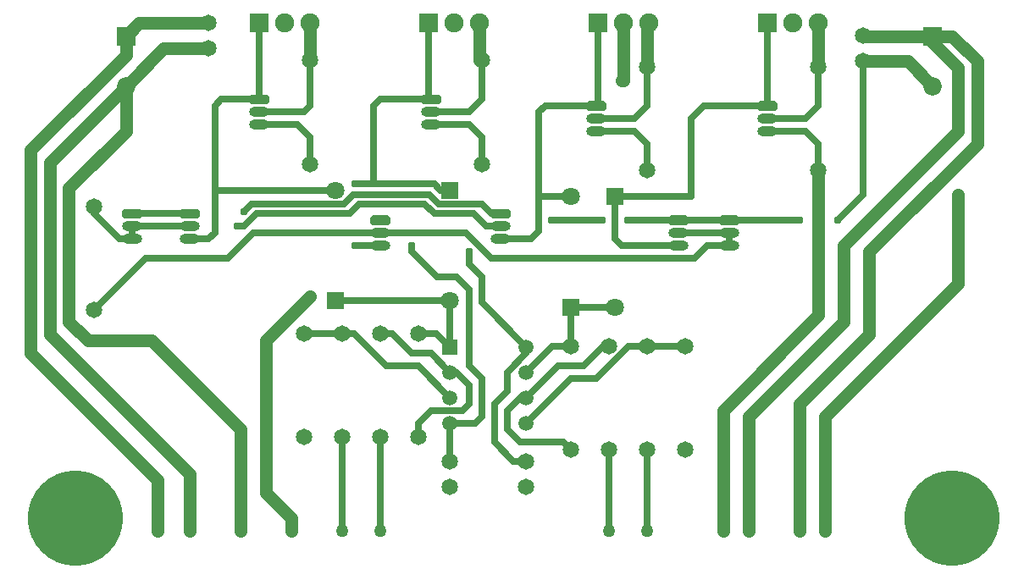
<source format=gtl>
G04 DipTrace 2.4.0.2*
%INClassBRevB.gtl*%
%MOIN*%
%ADD13C,0.025*%
%ADD14C,0.05*%
%ADD16R,0.0728X0.0728*%
%ADD17C,0.0728*%
%ADD18C,0.065*%
%ADD19R,0.0709X0.0709*%
%ADD20C,0.0709*%
%ADD21R,0.0748X0.0748*%
%ADD22C,0.0748*%
%ADD23O,0.0787X0.0394*%
%ADD24C,0.375*%
%ADD25R,0.0591X0.0591*%
%ADD26C,0.0591*%
%ADD27C,0.031*%
%FSLAX44Y44*%
G04*
G70*
G90*
G75*
G01*
%LNTop*%
%LPD*%
X-2000Y5500D2*
D13*
X-4250D1*
X11250Y-4250D2*
X10750D1*
X10000Y-3500D1*
Y-2000D1*
X10500Y-1500D1*
Y-750D1*
X11250Y0D1*
Y250D1*
X-4500Y12484D2*
D14*
X-3984Y13000D1*
X-1250D1*
X15000Y10750D2*
X15090D1*
Y13000D1*
X11250Y250D2*
D13*
X9500Y2000D1*
Y3000D1*
X9000Y3500D1*
Y4000D1*
X10250Y5500D2*
X9875D1*
X9500Y5875D1*
X7812D1*
X7438Y6250D1*
X4437D1*
X4062Y5875D1*
X438D1*
X141Y5578D1*
X-3250Y-7000D2*
D14*
Y-5000D1*
X-8250Y0D1*
Y8000D1*
X-4500Y11750D1*
Y12484D1*
X-2000Y5000D2*
D13*
X-4250D1*
Y4500D2*
Y5000D1*
X-5750Y5787D2*
Y5500D1*
X-4750Y4500D1*
X-4250D1*
X-125Y5000D2*
X125D1*
X625Y5500D1*
X4312D1*
X4687Y5875D1*
X7250D1*
X7625Y5500D1*
X9188D1*
X9688Y5000D1*
X10250D1*
X-5750Y1713D2*
X-3713Y3750D1*
X-500D1*
X500Y4750D1*
X5500D1*
X19250D2*
Y4250D1*
X5500Y4750D2*
X8875D1*
X9875Y3750D1*
X17875D1*
X18375Y4250D1*
X19250D1*
X17250Y4750D2*
X19250D1*
X-4500Y10516D2*
D14*
X-3016Y12000D1*
X-1250D1*
X24500Y12500D2*
X24516Y12484D1*
X27250D1*
X20000Y-7000D2*
Y-2500D1*
X23750Y1250D1*
Y4250D1*
X28250Y8750D1*
Y11250D1*
X27016Y12484D1*
X27250D1*
X0Y-7000D2*
Y-3000D1*
X-3500Y500D1*
X-6000D1*
X-6750Y1250D1*
Y6500D1*
X-4500Y8750D1*
Y10516D1*
X-2000Y-7000D2*
Y-4750D1*
X-7500Y750D1*
Y7516D1*
X-4500Y10516D1*
X22000Y-7000D2*
Y-2000D1*
X24750Y750D1*
Y4000D1*
X29000Y8250D1*
Y11500D1*
X28016Y12484D1*
X27250D1*
X16000Y-7000D2*
D13*
Y-3787D1*
X8250Y-4250D2*
Y-2750D1*
X27250Y10516D2*
D14*
X26266Y11500D1*
X24500D1*
X17250Y5250D2*
D13*
X19250D1*
X17250D2*
X15250D1*
X14250D2*
X12250D1*
X19250D2*
X22000D1*
X23500D2*
X24500Y6250D1*
Y11500D1*
X8250Y-2750D2*
X9250D1*
X9500Y-2500D1*
Y-1000D1*
X9000Y-500D1*
Y2500D1*
X8500Y3000D1*
X7750D1*
X6750Y4000D1*
Y4250D1*
X23000Y-7000D2*
D14*
Y-2500D1*
X28250Y2750D1*
Y6250D1*
X750Y13000D2*
D13*
Y10000D1*
X-2000Y4500D2*
X-1250D1*
X-1000Y4750D1*
Y6425D1*
Y9750D1*
X-750Y10000D1*
X750D1*
X3750Y6425D2*
X-1000D1*
X14500Y-7000D2*
Y-3787D1*
X4000Y-7000D2*
Y-3287D1*
X7420Y13000D2*
Y10000D1*
X7500D1*
X8250Y6425D2*
X7887D1*
X7625Y6688D1*
X5250D1*
Y9750D1*
X5500Y10000D1*
X7500D1*
X5500Y4250D2*
X4500D1*
Y6688D2*
X5250D1*
X14090Y13000D2*
Y9750D1*
X14000D1*
X10250Y4500D2*
X11438D1*
X11750Y4812D1*
Y6175D1*
Y9500D1*
X12000Y9750D1*
X14000D1*
X13000Y6175D2*
X11750D1*
X2750Y11537D2*
Y9750D1*
X2500Y9500D1*
X750D1*
X2750Y13000D2*
D14*
Y11537D1*
X8250Y2075D2*
D13*
X3750D1*
X8250D2*
Y250D1*
X7713Y787D1*
X7000D1*
X5500Y-7000D2*
Y-3287D1*
X8250Y-1750D2*
X7000Y-500D1*
X5750D1*
X4463Y787D1*
X2500D1*
X4000D1*
X8250Y-750D2*
X7500Y0D1*
X6750D1*
X5963Y787D1*
X5500D1*
X7000Y-3287D2*
Y-2750D1*
X7500Y-2250D1*
X8750D1*
X9000Y-2000D1*
Y-1250D1*
X8500Y-750D1*
X8250D1*
X20750Y13000D2*
Y9750D1*
X14750Y6175D2*
X17750D1*
Y9250D1*
X18250Y9750D1*
X20750D1*
X17250Y4250D2*
X15000D1*
X14750Y4500D1*
Y6175D1*
X16000Y11287D2*
Y9750D1*
X15500Y9250D1*
X14000D1*
X16000Y11287D2*
D14*
Y13000D1*
X16090D1*
X9500Y11537D2*
D13*
Y10000D1*
X9000Y9500D1*
X7500D1*
X9420Y13000D2*
D14*
Y11537D1*
X9500D1*
X22750Y13000D2*
Y11287D1*
D13*
Y9750D1*
X22250Y9250D1*
X20750D1*
X13000Y1825D2*
X14750D1*
X13000Y287D2*
Y1825D1*
X11250Y-750D2*
X12287Y287D1*
X13000D1*
X11250Y-2750D2*
X13000Y-1000D1*
X14000D1*
X15287Y287D1*
X17500D1*
X16000D1*
X11250Y-1750D2*
X12500Y-500D1*
X13500D1*
X14287Y287D1*
X14500D1*
X13000Y-3787D2*
X12713Y-3500D1*
X11000D1*
X10500Y-3000D1*
Y-2250D1*
X11000Y-1750D1*
X11250D1*
X9500Y7463D2*
Y8500D1*
X9000Y9000D1*
X7500D1*
X2750Y7463D2*
Y8500D1*
X2250Y9000D1*
X750D1*
X2750Y2250D2*
D14*
X1000Y500D1*
Y-5500D1*
X2000Y-6500D1*
Y-7000D1*
X22750Y7213D2*
D13*
Y8250D1*
X22250Y8750D1*
X20750D1*
X16000Y7213D2*
Y8250D1*
X15500Y8750D1*
X14000D1*
X22750Y7213D2*
D14*
Y1500D1*
X19000Y-2250D1*
Y-7000D1*
D27*
X15000Y10750D3*
X9000Y4000D3*
X141Y5578D3*
X-125Y5000D3*
X15250Y5250D3*
X14250D3*
X12250D3*
X22000D3*
X23500D3*
X6750Y4250D3*
X28250Y6250D3*
X4500Y4250D3*
Y6688D3*
X2750Y2250D3*
D16*
X-4500Y12484D3*
D17*
Y10516D3*
D16*
X27250Y12484D3*
D17*
Y10516D3*
D18*
X-1250Y12000D3*
Y13000D3*
X24500Y11500D3*
Y12500D3*
D14*
X2000Y-7000D3*
X4000D3*
X22000D3*
X-3250D3*
X0D3*
X23000D3*
D19*
X3750Y2075D3*
D20*
Y6425D3*
D19*
X8250D3*
D20*
Y2075D3*
D21*
X750Y13000D3*
D22*
X1750D3*
X2750D3*
D21*
X7420D3*
D22*
X8420D3*
X9420D3*
D18*
X8250Y-5250D3*
Y-4250D3*
G36*
X5205Y5447D2*
X5106Y5348D1*
Y5152D1*
X5205Y5053D1*
X5795D1*
X5894Y5152D1*
Y5348D1*
X5795Y5447D1*
X5205D1*
G37*
D23*
X5500Y4750D3*
Y4250D3*
G36*
X-2295Y5697D2*
X-2394Y5598D1*
Y5402D1*
X-2295Y5303D1*
X-1705D1*
X-1606Y5402D1*
Y5598D1*
X-1705Y5697D1*
X-2295D1*
G37*
D23*
X-2000Y5000D3*
Y4500D3*
G36*
X-4545Y5697D2*
X-4644Y5598D1*
Y5402D1*
X-4545Y5303D1*
X-3955D1*
X-3856Y5402D1*
Y5598D1*
X-3955Y5697D1*
X-4545D1*
G37*
D23*
X-4250Y5000D3*
Y4500D3*
D18*
X11250Y-5250D3*
Y-4250D3*
G36*
X18955Y5447D2*
X18856Y5348D1*
Y5152D1*
X18955Y5053D1*
X19545D1*
X19644Y5152D1*
Y5348D1*
X19545Y5447D1*
X18955D1*
G37*
D23*
X19250Y4750D3*
Y4250D3*
G36*
X7205Y10197D2*
X7106Y10098D1*
Y9902D1*
X7205Y9803D1*
X7795D1*
X7894Y9902D1*
Y10098D1*
X7795Y10197D1*
X7205D1*
G37*
D23*
X7500Y9500D3*
Y9000D3*
G36*
X455Y10197D2*
X356Y10098D1*
Y9902D1*
X455Y9803D1*
X1045D1*
X1144Y9902D1*
Y10098D1*
X1045Y10197D1*
X455D1*
G37*
D23*
X750Y9500D3*
Y9000D3*
D18*
X-5750Y1713D3*
Y5787D3*
X9500Y11537D3*
Y7463D3*
X2750D3*
Y11537D3*
D24*
X-6500Y-6500D3*
X28000D3*
D14*
X-2000Y-7000D3*
D25*
X8250Y250D3*
D26*
Y-750D3*
Y-1750D3*
Y-2750D3*
X11250D3*
Y-1750D3*
Y-750D3*
Y250D3*
D18*
X4000Y-3287D3*
Y787D3*
X2500Y-3287D3*
Y787D3*
X5500D3*
Y-3287D3*
X7000Y787D3*
Y-3287D3*
D14*
X5500Y-7000D3*
X19000D3*
X16000D3*
X20000D3*
D19*
X13000Y1825D3*
D20*
Y6175D3*
D19*
X14750D3*
D20*
Y1825D3*
D21*
X14090Y13000D3*
D22*
X15090D3*
X16090D3*
D21*
X20750D3*
D22*
X21750D3*
X22750D3*
G36*
X16955Y5447D2*
X16856Y5348D1*
Y5152D1*
X16955Y5053D1*
X17545D1*
X17644Y5152D1*
Y5348D1*
X17545Y5447D1*
X16955D1*
G37*
D23*
X17250Y4750D3*
Y4250D3*
G36*
X9955Y5697D2*
X9856Y5598D1*
Y5402D1*
X9955Y5303D1*
X10545D1*
X10644Y5402D1*
Y5598D1*
X10545Y5697D1*
X9955D1*
G37*
D23*
X10250Y5000D3*
Y4500D3*
G36*
X20455Y9947D2*
X20356Y9848D1*
Y9652D1*
X20455Y9553D1*
X21045D1*
X21144Y9652D1*
Y9848D1*
X21045Y9947D1*
X20455D1*
G37*
D23*
X20750Y9250D3*
Y8750D3*
G36*
X13705Y9947D2*
X13606Y9848D1*
Y9652D1*
X13705Y9553D1*
X14295D1*
X14394Y9652D1*
Y9848D1*
X14295Y9947D1*
X13705D1*
G37*
D23*
X14000Y9250D3*
Y8750D3*
D18*
X22750Y11287D3*
Y7213D3*
X16000D3*
Y11287D3*
Y-3787D3*
Y287D3*
X17500Y-3787D3*
Y287D3*
X14500D3*
Y-3787D3*
X13000Y287D3*
Y-3787D3*
D14*
X14500Y-7000D3*
M02*

</source>
